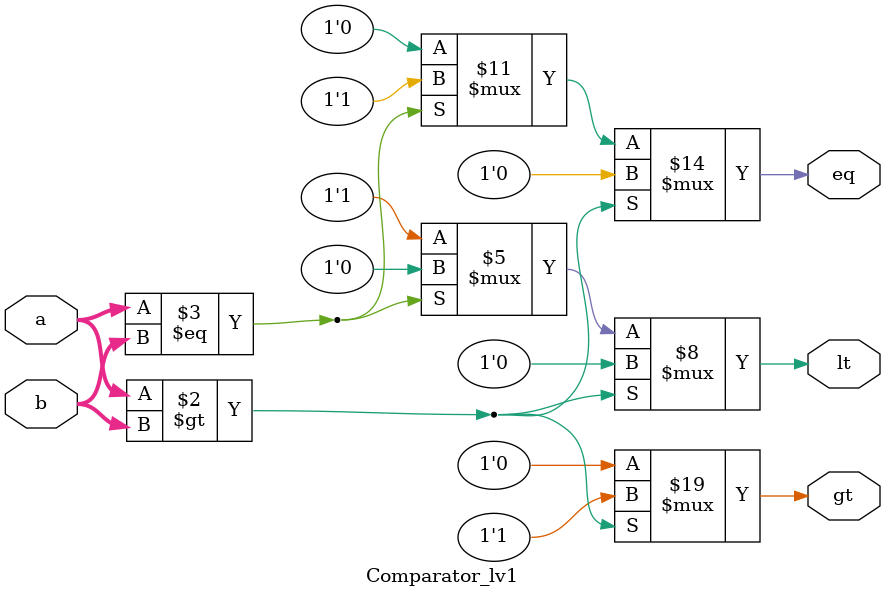
<source format=v>
module Comparator_lv1(a,b,gt,eq,lt);

input[3:0] a;
input[3:0] b;

//Add delays gt,eq,lt #3 #5 #4

output gt;
output eq;
output lt;
reg gt,eq,lt; // Ouput must be regs

//reg[3:0] i1;
//reg[3:0] i2;

always @(*)
begin

  if( a > b )begin
    gt <= #3 1;
    eq <= #5 0;
    lt <= #4 0;
  end
  else if(a == b) begin
    eq <= #5 1;
    gt <= #3 0;
    lt <= #4 0;
  end
  else begin
    lt <= #4 1;
    eq <= #5 0;
    gt <= #3 0; 
  end   
end

endmodule   
</source>
